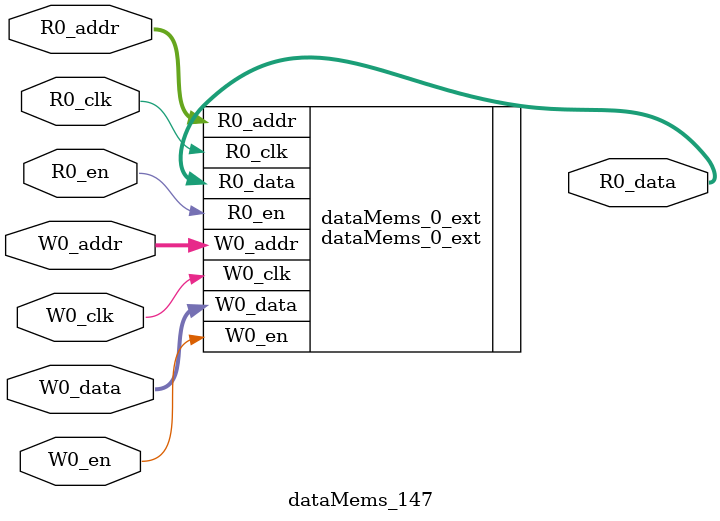
<source format=sv>
`ifndef RANDOMIZE
  `ifdef RANDOMIZE_REG_INIT
    `define RANDOMIZE
  `endif // RANDOMIZE_REG_INIT
`endif // not def RANDOMIZE
`ifndef RANDOMIZE
  `ifdef RANDOMIZE_MEM_INIT
    `define RANDOMIZE
  `endif // RANDOMIZE_MEM_INIT
`endif // not def RANDOMIZE

`ifndef RANDOM
  `define RANDOM $random
`endif // not def RANDOM

// Users can define 'PRINTF_COND' to add an extra gate to prints.
`ifndef PRINTF_COND_
  `ifdef PRINTF_COND
    `define PRINTF_COND_ (`PRINTF_COND)
  `else  // PRINTF_COND
    `define PRINTF_COND_ 1
  `endif // PRINTF_COND
`endif // not def PRINTF_COND_

// Users can define 'ASSERT_VERBOSE_COND' to add an extra gate to assert error printing.
`ifndef ASSERT_VERBOSE_COND_
  `ifdef ASSERT_VERBOSE_COND
    `define ASSERT_VERBOSE_COND_ (`ASSERT_VERBOSE_COND)
  `else  // ASSERT_VERBOSE_COND
    `define ASSERT_VERBOSE_COND_ 1
  `endif // ASSERT_VERBOSE_COND
`endif // not def ASSERT_VERBOSE_COND_

// Users can define 'STOP_COND' to add an extra gate to stop conditions.
`ifndef STOP_COND_
  `ifdef STOP_COND
    `define STOP_COND_ (`STOP_COND)
  `else  // STOP_COND
    `define STOP_COND_ 1
  `endif // STOP_COND
`endif // not def STOP_COND_

// Users can define INIT_RANDOM as general code that gets injected into the
// initializer block for modules with registers.
`ifndef INIT_RANDOM
  `define INIT_RANDOM
`endif // not def INIT_RANDOM

// If using random initialization, you can also define RANDOMIZE_DELAY to
// customize the delay used, otherwise 0.002 is used.
`ifndef RANDOMIZE_DELAY
  `define RANDOMIZE_DELAY 0.002
`endif // not def RANDOMIZE_DELAY

// Define INIT_RANDOM_PROLOG_ for use in our modules below.
`ifndef INIT_RANDOM_PROLOG_
  `ifdef RANDOMIZE
    `ifdef VERILATOR
      `define INIT_RANDOM_PROLOG_ `INIT_RANDOM
    `else  // VERILATOR
      `define INIT_RANDOM_PROLOG_ `INIT_RANDOM #`RANDOMIZE_DELAY begin end
    `endif // VERILATOR
  `else  // RANDOMIZE
    `define INIT_RANDOM_PROLOG_
  `endif // RANDOMIZE
`endif // not def INIT_RANDOM_PROLOG_

// Include register initializers in init blocks unless synthesis is set
`ifndef SYNTHESIS
  `ifndef ENABLE_INITIAL_REG_
    `define ENABLE_INITIAL_REG_
  `endif // not def ENABLE_INITIAL_REG_
`endif // not def SYNTHESIS

// Include rmemory initializers in init blocks unless synthesis is set
`ifndef SYNTHESIS
  `ifndef ENABLE_INITIAL_MEM_
    `define ENABLE_INITIAL_MEM_
  `endif // not def ENABLE_INITIAL_MEM_
`endif // not def SYNTHESIS

module dataMems_147(	// @[generators/ara/src/main/scala/UnsafeAXI4ToTL.scala:365:62]
  input  [4:0]  R0_addr,
  input         R0_en,
  input         R0_clk,
  output [66:0] R0_data,
  input  [4:0]  W0_addr,
  input         W0_en,
  input         W0_clk,
  input  [66:0] W0_data
);

  dataMems_0_ext dataMems_0_ext (	// @[generators/ara/src/main/scala/UnsafeAXI4ToTL.scala:365:62]
    .R0_addr (R0_addr),
    .R0_en   (R0_en),
    .R0_clk  (R0_clk),
    .R0_data (R0_data),
    .W0_addr (W0_addr),
    .W0_en   (W0_en),
    .W0_clk  (W0_clk),
    .W0_data (W0_data)
  );
endmodule


</source>
